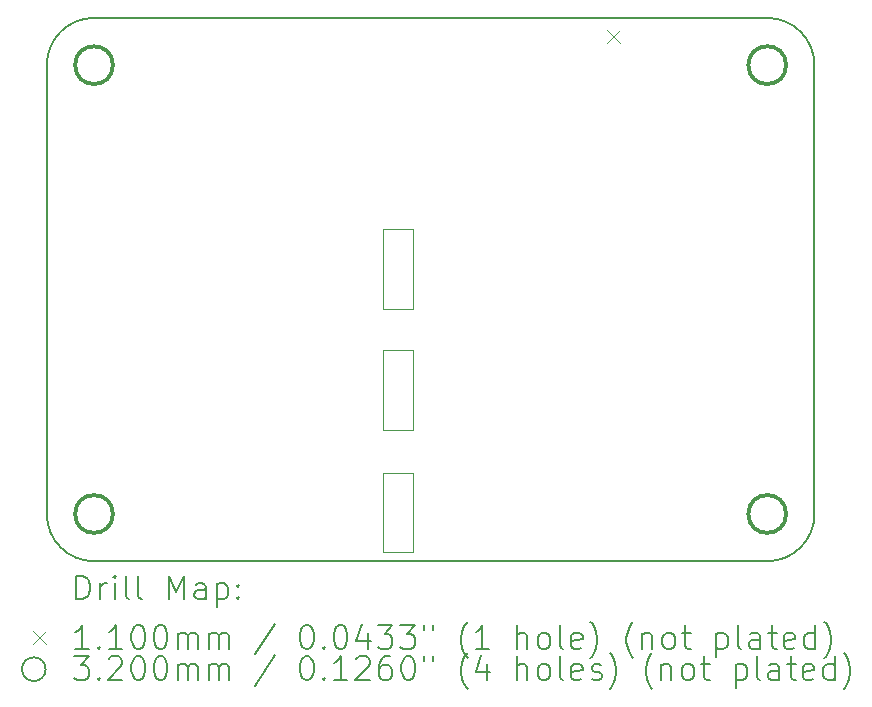
<source format=gbr>
%TF.GenerationSoftware,KiCad,Pcbnew,8.0.2-8.0.2-0~ubuntu22.04.1*%
%TF.CreationDate,2024-06-07T15:14:51-07:00*%
%TF.ProjectId,pifire-relay-pwm-module-SSR,70696669-7265-42d7-9265-6c61792d7077,rev?*%
%TF.SameCoordinates,Original*%
%TF.FileFunction,Drillmap*%
%TF.FilePolarity,Positive*%
%FSLAX45Y45*%
G04 Gerber Fmt 4.5, Leading zero omitted, Abs format (unit mm)*
G04 Created by KiCad (PCBNEW 8.0.2-8.0.2-0~ubuntu22.04.1) date 2024-06-07 15:14:51*
%MOMM*%
%LPD*%
G01*
G04 APERTURE LIST*
%ADD10C,0.050000*%
%ADD11C,0.200000*%
%ADD12C,0.110000*%
%ADD13C,0.320000*%
G04 APERTURE END LIST*
D10*
X5350000Y-5312500D02*
X5600000Y-5312500D01*
X5600000Y-5987500D01*
X5350000Y-5987500D01*
X5350000Y-5312500D01*
D11*
X9000000Y-2900000D02*
X9000000Y-6700000D01*
X2900000Y-2500000D02*
X8600000Y-2500000D01*
D10*
X5350000Y-6350000D02*
X5600000Y-6350000D01*
X5600000Y-7025000D01*
X5350000Y-7025000D01*
X5350000Y-6350000D01*
X5350000Y-4287500D02*
X5600000Y-4287500D01*
X5600000Y-4962500D01*
X5350000Y-4962500D01*
X5350000Y-4287500D01*
D11*
X8600000Y-2500000D02*
G75*
G02*
X9000000Y-2900000I0J-400000D01*
G01*
X8600000Y-7100000D02*
X2900000Y-7100000D01*
X2500000Y-2900000D02*
G75*
G02*
X2900000Y-2500000I400000J0D01*
G01*
X9000000Y-6700000D02*
G75*
G02*
X8600000Y-7100000I-400000J0D01*
G01*
X2900000Y-7100000D02*
G75*
G02*
X2500000Y-6700000I0J400000D01*
G01*
X2500000Y-6700000D02*
X2500000Y-2900000D01*
D12*
X7241000Y-2604000D02*
X7351000Y-2714000D01*
X7351000Y-2604000D02*
X7241000Y-2714000D01*
D13*
X3060000Y-2900000D02*
G75*
G02*
X2740000Y-2900000I-160000J0D01*
G01*
X2740000Y-2900000D02*
G75*
G02*
X3060000Y-2900000I160000J0D01*
G01*
X3060000Y-6700000D02*
G75*
G02*
X2740000Y-6700000I-160000J0D01*
G01*
X2740000Y-6700000D02*
G75*
G02*
X3060000Y-6700000I160000J0D01*
G01*
X8760000Y-2900000D02*
G75*
G02*
X8440000Y-2900000I-160000J0D01*
G01*
X8440000Y-2900000D02*
G75*
G02*
X8760000Y-2900000I160000J0D01*
G01*
X8760000Y-6700000D02*
G75*
G02*
X8440000Y-6700000I-160000J0D01*
G01*
X8440000Y-6700000D02*
G75*
G02*
X8760000Y-6700000I160000J0D01*
G01*
D11*
X2750777Y-7421484D02*
X2750777Y-7221484D01*
X2750777Y-7221484D02*
X2798396Y-7221484D01*
X2798396Y-7221484D02*
X2826967Y-7231008D01*
X2826967Y-7231008D02*
X2846015Y-7250055D01*
X2846015Y-7250055D02*
X2855539Y-7269103D01*
X2855539Y-7269103D02*
X2865062Y-7307198D01*
X2865062Y-7307198D02*
X2865062Y-7335769D01*
X2865062Y-7335769D02*
X2855539Y-7373865D01*
X2855539Y-7373865D02*
X2846015Y-7392912D01*
X2846015Y-7392912D02*
X2826967Y-7411960D01*
X2826967Y-7411960D02*
X2798396Y-7421484D01*
X2798396Y-7421484D02*
X2750777Y-7421484D01*
X2950777Y-7421484D02*
X2950777Y-7288150D01*
X2950777Y-7326246D02*
X2960301Y-7307198D01*
X2960301Y-7307198D02*
X2969824Y-7297674D01*
X2969824Y-7297674D02*
X2988872Y-7288150D01*
X2988872Y-7288150D02*
X3007920Y-7288150D01*
X3074586Y-7421484D02*
X3074586Y-7288150D01*
X3074586Y-7221484D02*
X3065062Y-7231008D01*
X3065062Y-7231008D02*
X3074586Y-7240531D01*
X3074586Y-7240531D02*
X3084110Y-7231008D01*
X3084110Y-7231008D02*
X3074586Y-7221484D01*
X3074586Y-7221484D02*
X3074586Y-7240531D01*
X3198396Y-7421484D02*
X3179348Y-7411960D01*
X3179348Y-7411960D02*
X3169824Y-7392912D01*
X3169824Y-7392912D02*
X3169824Y-7221484D01*
X3303158Y-7421484D02*
X3284110Y-7411960D01*
X3284110Y-7411960D02*
X3274586Y-7392912D01*
X3274586Y-7392912D02*
X3274586Y-7221484D01*
X3531729Y-7421484D02*
X3531729Y-7221484D01*
X3531729Y-7221484D02*
X3598396Y-7364341D01*
X3598396Y-7364341D02*
X3665062Y-7221484D01*
X3665062Y-7221484D02*
X3665062Y-7421484D01*
X3846015Y-7421484D02*
X3846015Y-7316722D01*
X3846015Y-7316722D02*
X3836491Y-7297674D01*
X3836491Y-7297674D02*
X3817443Y-7288150D01*
X3817443Y-7288150D02*
X3779348Y-7288150D01*
X3779348Y-7288150D02*
X3760301Y-7297674D01*
X3846015Y-7411960D02*
X3826967Y-7421484D01*
X3826967Y-7421484D02*
X3779348Y-7421484D01*
X3779348Y-7421484D02*
X3760301Y-7411960D01*
X3760301Y-7411960D02*
X3750777Y-7392912D01*
X3750777Y-7392912D02*
X3750777Y-7373865D01*
X3750777Y-7373865D02*
X3760301Y-7354817D01*
X3760301Y-7354817D02*
X3779348Y-7345293D01*
X3779348Y-7345293D02*
X3826967Y-7345293D01*
X3826967Y-7345293D02*
X3846015Y-7335769D01*
X3941253Y-7288150D02*
X3941253Y-7488150D01*
X3941253Y-7297674D02*
X3960301Y-7288150D01*
X3960301Y-7288150D02*
X3998396Y-7288150D01*
X3998396Y-7288150D02*
X4017443Y-7297674D01*
X4017443Y-7297674D02*
X4026967Y-7307198D01*
X4026967Y-7307198D02*
X4036491Y-7326246D01*
X4036491Y-7326246D02*
X4036491Y-7383388D01*
X4036491Y-7383388D02*
X4026967Y-7402436D01*
X4026967Y-7402436D02*
X4017443Y-7411960D01*
X4017443Y-7411960D02*
X3998396Y-7421484D01*
X3998396Y-7421484D02*
X3960301Y-7421484D01*
X3960301Y-7421484D02*
X3941253Y-7411960D01*
X4122205Y-7402436D02*
X4131729Y-7411960D01*
X4131729Y-7411960D02*
X4122205Y-7421484D01*
X4122205Y-7421484D02*
X4112682Y-7411960D01*
X4112682Y-7411960D02*
X4122205Y-7402436D01*
X4122205Y-7402436D02*
X4122205Y-7421484D01*
X4122205Y-7297674D02*
X4131729Y-7307198D01*
X4131729Y-7307198D02*
X4122205Y-7316722D01*
X4122205Y-7316722D02*
X4112682Y-7307198D01*
X4112682Y-7307198D02*
X4122205Y-7297674D01*
X4122205Y-7297674D02*
X4122205Y-7316722D01*
D12*
X2380000Y-7695000D02*
X2490000Y-7805000D01*
X2490000Y-7695000D02*
X2380000Y-7805000D01*
D11*
X2855539Y-7841484D02*
X2741253Y-7841484D01*
X2798396Y-7841484D02*
X2798396Y-7641484D01*
X2798396Y-7641484D02*
X2779348Y-7670055D01*
X2779348Y-7670055D02*
X2760301Y-7689103D01*
X2760301Y-7689103D02*
X2741253Y-7698627D01*
X2941253Y-7822436D02*
X2950777Y-7831960D01*
X2950777Y-7831960D02*
X2941253Y-7841484D01*
X2941253Y-7841484D02*
X2931729Y-7831960D01*
X2931729Y-7831960D02*
X2941253Y-7822436D01*
X2941253Y-7822436D02*
X2941253Y-7841484D01*
X3141253Y-7841484D02*
X3026967Y-7841484D01*
X3084110Y-7841484D02*
X3084110Y-7641484D01*
X3084110Y-7641484D02*
X3065062Y-7670055D01*
X3065062Y-7670055D02*
X3046015Y-7689103D01*
X3046015Y-7689103D02*
X3026967Y-7698627D01*
X3265062Y-7641484D02*
X3284110Y-7641484D01*
X3284110Y-7641484D02*
X3303158Y-7651008D01*
X3303158Y-7651008D02*
X3312682Y-7660531D01*
X3312682Y-7660531D02*
X3322205Y-7679579D01*
X3322205Y-7679579D02*
X3331729Y-7717674D01*
X3331729Y-7717674D02*
X3331729Y-7765293D01*
X3331729Y-7765293D02*
X3322205Y-7803388D01*
X3322205Y-7803388D02*
X3312682Y-7822436D01*
X3312682Y-7822436D02*
X3303158Y-7831960D01*
X3303158Y-7831960D02*
X3284110Y-7841484D01*
X3284110Y-7841484D02*
X3265062Y-7841484D01*
X3265062Y-7841484D02*
X3246015Y-7831960D01*
X3246015Y-7831960D02*
X3236491Y-7822436D01*
X3236491Y-7822436D02*
X3226967Y-7803388D01*
X3226967Y-7803388D02*
X3217443Y-7765293D01*
X3217443Y-7765293D02*
X3217443Y-7717674D01*
X3217443Y-7717674D02*
X3226967Y-7679579D01*
X3226967Y-7679579D02*
X3236491Y-7660531D01*
X3236491Y-7660531D02*
X3246015Y-7651008D01*
X3246015Y-7651008D02*
X3265062Y-7641484D01*
X3455539Y-7641484D02*
X3474586Y-7641484D01*
X3474586Y-7641484D02*
X3493634Y-7651008D01*
X3493634Y-7651008D02*
X3503158Y-7660531D01*
X3503158Y-7660531D02*
X3512682Y-7679579D01*
X3512682Y-7679579D02*
X3522205Y-7717674D01*
X3522205Y-7717674D02*
X3522205Y-7765293D01*
X3522205Y-7765293D02*
X3512682Y-7803388D01*
X3512682Y-7803388D02*
X3503158Y-7822436D01*
X3503158Y-7822436D02*
X3493634Y-7831960D01*
X3493634Y-7831960D02*
X3474586Y-7841484D01*
X3474586Y-7841484D02*
X3455539Y-7841484D01*
X3455539Y-7841484D02*
X3436491Y-7831960D01*
X3436491Y-7831960D02*
X3426967Y-7822436D01*
X3426967Y-7822436D02*
X3417443Y-7803388D01*
X3417443Y-7803388D02*
X3407920Y-7765293D01*
X3407920Y-7765293D02*
X3407920Y-7717674D01*
X3407920Y-7717674D02*
X3417443Y-7679579D01*
X3417443Y-7679579D02*
X3426967Y-7660531D01*
X3426967Y-7660531D02*
X3436491Y-7651008D01*
X3436491Y-7651008D02*
X3455539Y-7641484D01*
X3607920Y-7841484D02*
X3607920Y-7708150D01*
X3607920Y-7727198D02*
X3617443Y-7717674D01*
X3617443Y-7717674D02*
X3636491Y-7708150D01*
X3636491Y-7708150D02*
X3665063Y-7708150D01*
X3665063Y-7708150D02*
X3684110Y-7717674D01*
X3684110Y-7717674D02*
X3693634Y-7736722D01*
X3693634Y-7736722D02*
X3693634Y-7841484D01*
X3693634Y-7736722D02*
X3703158Y-7717674D01*
X3703158Y-7717674D02*
X3722205Y-7708150D01*
X3722205Y-7708150D02*
X3750777Y-7708150D01*
X3750777Y-7708150D02*
X3769824Y-7717674D01*
X3769824Y-7717674D02*
X3779348Y-7736722D01*
X3779348Y-7736722D02*
X3779348Y-7841484D01*
X3874586Y-7841484D02*
X3874586Y-7708150D01*
X3874586Y-7727198D02*
X3884110Y-7717674D01*
X3884110Y-7717674D02*
X3903158Y-7708150D01*
X3903158Y-7708150D02*
X3931729Y-7708150D01*
X3931729Y-7708150D02*
X3950777Y-7717674D01*
X3950777Y-7717674D02*
X3960301Y-7736722D01*
X3960301Y-7736722D02*
X3960301Y-7841484D01*
X3960301Y-7736722D02*
X3969824Y-7717674D01*
X3969824Y-7717674D02*
X3988872Y-7708150D01*
X3988872Y-7708150D02*
X4017443Y-7708150D01*
X4017443Y-7708150D02*
X4036491Y-7717674D01*
X4036491Y-7717674D02*
X4046015Y-7736722D01*
X4046015Y-7736722D02*
X4046015Y-7841484D01*
X4436491Y-7631960D02*
X4265063Y-7889103D01*
X4693634Y-7641484D02*
X4712682Y-7641484D01*
X4712682Y-7641484D02*
X4731729Y-7651008D01*
X4731729Y-7651008D02*
X4741253Y-7660531D01*
X4741253Y-7660531D02*
X4750777Y-7679579D01*
X4750777Y-7679579D02*
X4760301Y-7717674D01*
X4760301Y-7717674D02*
X4760301Y-7765293D01*
X4760301Y-7765293D02*
X4750777Y-7803388D01*
X4750777Y-7803388D02*
X4741253Y-7822436D01*
X4741253Y-7822436D02*
X4731729Y-7831960D01*
X4731729Y-7831960D02*
X4712682Y-7841484D01*
X4712682Y-7841484D02*
X4693634Y-7841484D01*
X4693634Y-7841484D02*
X4674587Y-7831960D01*
X4674587Y-7831960D02*
X4665063Y-7822436D01*
X4665063Y-7822436D02*
X4655539Y-7803388D01*
X4655539Y-7803388D02*
X4646015Y-7765293D01*
X4646015Y-7765293D02*
X4646015Y-7717674D01*
X4646015Y-7717674D02*
X4655539Y-7679579D01*
X4655539Y-7679579D02*
X4665063Y-7660531D01*
X4665063Y-7660531D02*
X4674587Y-7651008D01*
X4674587Y-7651008D02*
X4693634Y-7641484D01*
X4846015Y-7822436D02*
X4855539Y-7831960D01*
X4855539Y-7831960D02*
X4846015Y-7841484D01*
X4846015Y-7841484D02*
X4836491Y-7831960D01*
X4836491Y-7831960D02*
X4846015Y-7822436D01*
X4846015Y-7822436D02*
X4846015Y-7841484D01*
X4979348Y-7641484D02*
X4998396Y-7641484D01*
X4998396Y-7641484D02*
X5017444Y-7651008D01*
X5017444Y-7651008D02*
X5026968Y-7660531D01*
X5026968Y-7660531D02*
X5036491Y-7679579D01*
X5036491Y-7679579D02*
X5046015Y-7717674D01*
X5046015Y-7717674D02*
X5046015Y-7765293D01*
X5046015Y-7765293D02*
X5036491Y-7803388D01*
X5036491Y-7803388D02*
X5026968Y-7822436D01*
X5026968Y-7822436D02*
X5017444Y-7831960D01*
X5017444Y-7831960D02*
X4998396Y-7841484D01*
X4998396Y-7841484D02*
X4979348Y-7841484D01*
X4979348Y-7841484D02*
X4960301Y-7831960D01*
X4960301Y-7831960D02*
X4950777Y-7822436D01*
X4950777Y-7822436D02*
X4941253Y-7803388D01*
X4941253Y-7803388D02*
X4931729Y-7765293D01*
X4931729Y-7765293D02*
X4931729Y-7717674D01*
X4931729Y-7717674D02*
X4941253Y-7679579D01*
X4941253Y-7679579D02*
X4950777Y-7660531D01*
X4950777Y-7660531D02*
X4960301Y-7651008D01*
X4960301Y-7651008D02*
X4979348Y-7641484D01*
X5217444Y-7708150D02*
X5217444Y-7841484D01*
X5169825Y-7631960D02*
X5122206Y-7774817D01*
X5122206Y-7774817D02*
X5246015Y-7774817D01*
X5303158Y-7641484D02*
X5426968Y-7641484D01*
X5426968Y-7641484D02*
X5360301Y-7717674D01*
X5360301Y-7717674D02*
X5388872Y-7717674D01*
X5388872Y-7717674D02*
X5407920Y-7727198D01*
X5407920Y-7727198D02*
X5417444Y-7736722D01*
X5417444Y-7736722D02*
X5426968Y-7755769D01*
X5426968Y-7755769D02*
X5426968Y-7803388D01*
X5426968Y-7803388D02*
X5417444Y-7822436D01*
X5417444Y-7822436D02*
X5407920Y-7831960D01*
X5407920Y-7831960D02*
X5388872Y-7841484D01*
X5388872Y-7841484D02*
X5331729Y-7841484D01*
X5331729Y-7841484D02*
X5312682Y-7831960D01*
X5312682Y-7831960D02*
X5303158Y-7822436D01*
X5493634Y-7641484D02*
X5617444Y-7641484D01*
X5617444Y-7641484D02*
X5550777Y-7717674D01*
X5550777Y-7717674D02*
X5579349Y-7717674D01*
X5579349Y-7717674D02*
X5598396Y-7727198D01*
X5598396Y-7727198D02*
X5607920Y-7736722D01*
X5607920Y-7736722D02*
X5617444Y-7755769D01*
X5617444Y-7755769D02*
X5617444Y-7803388D01*
X5617444Y-7803388D02*
X5607920Y-7822436D01*
X5607920Y-7822436D02*
X5598396Y-7831960D01*
X5598396Y-7831960D02*
X5579349Y-7841484D01*
X5579349Y-7841484D02*
X5522206Y-7841484D01*
X5522206Y-7841484D02*
X5503158Y-7831960D01*
X5503158Y-7831960D02*
X5493634Y-7822436D01*
X5693634Y-7641484D02*
X5693634Y-7679579D01*
X5769825Y-7641484D02*
X5769825Y-7679579D01*
X6065063Y-7917674D02*
X6055539Y-7908150D01*
X6055539Y-7908150D02*
X6036491Y-7879579D01*
X6036491Y-7879579D02*
X6026968Y-7860531D01*
X6026968Y-7860531D02*
X6017444Y-7831960D01*
X6017444Y-7831960D02*
X6007920Y-7784341D01*
X6007920Y-7784341D02*
X6007920Y-7746246D01*
X6007920Y-7746246D02*
X6017444Y-7698627D01*
X6017444Y-7698627D02*
X6026968Y-7670055D01*
X6026968Y-7670055D02*
X6036491Y-7651008D01*
X6036491Y-7651008D02*
X6055539Y-7622436D01*
X6055539Y-7622436D02*
X6065063Y-7612912D01*
X6246015Y-7841484D02*
X6131729Y-7841484D01*
X6188872Y-7841484D02*
X6188872Y-7641484D01*
X6188872Y-7641484D02*
X6169825Y-7670055D01*
X6169825Y-7670055D02*
X6150777Y-7689103D01*
X6150777Y-7689103D02*
X6131729Y-7698627D01*
X6484110Y-7841484D02*
X6484110Y-7641484D01*
X6569825Y-7841484D02*
X6569825Y-7736722D01*
X6569825Y-7736722D02*
X6560301Y-7717674D01*
X6560301Y-7717674D02*
X6541253Y-7708150D01*
X6541253Y-7708150D02*
X6512682Y-7708150D01*
X6512682Y-7708150D02*
X6493634Y-7717674D01*
X6493634Y-7717674D02*
X6484110Y-7727198D01*
X6693634Y-7841484D02*
X6674587Y-7831960D01*
X6674587Y-7831960D02*
X6665063Y-7822436D01*
X6665063Y-7822436D02*
X6655539Y-7803388D01*
X6655539Y-7803388D02*
X6655539Y-7746246D01*
X6655539Y-7746246D02*
X6665063Y-7727198D01*
X6665063Y-7727198D02*
X6674587Y-7717674D01*
X6674587Y-7717674D02*
X6693634Y-7708150D01*
X6693634Y-7708150D02*
X6722206Y-7708150D01*
X6722206Y-7708150D02*
X6741253Y-7717674D01*
X6741253Y-7717674D02*
X6750777Y-7727198D01*
X6750777Y-7727198D02*
X6760301Y-7746246D01*
X6760301Y-7746246D02*
X6760301Y-7803388D01*
X6760301Y-7803388D02*
X6750777Y-7822436D01*
X6750777Y-7822436D02*
X6741253Y-7831960D01*
X6741253Y-7831960D02*
X6722206Y-7841484D01*
X6722206Y-7841484D02*
X6693634Y-7841484D01*
X6874587Y-7841484D02*
X6855539Y-7831960D01*
X6855539Y-7831960D02*
X6846015Y-7812912D01*
X6846015Y-7812912D02*
X6846015Y-7641484D01*
X7026968Y-7831960D02*
X7007920Y-7841484D01*
X7007920Y-7841484D02*
X6969825Y-7841484D01*
X6969825Y-7841484D02*
X6950777Y-7831960D01*
X6950777Y-7831960D02*
X6941253Y-7812912D01*
X6941253Y-7812912D02*
X6941253Y-7736722D01*
X6941253Y-7736722D02*
X6950777Y-7717674D01*
X6950777Y-7717674D02*
X6969825Y-7708150D01*
X6969825Y-7708150D02*
X7007920Y-7708150D01*
X7007920Y-7708150D02*
X7026968Y-7717674D01*
X7026968Y-7717674D02*
X7036491Y-7736722D01*
X7036491Y-7736722D02*
X7036491Y-7755769D01*
X7036491Y-7755769D02*
X6941253Y-7774817D01*
X7103158Y-7917674D02*
X7112682Y-7908150D01*
X7112682Y-7908150D02*
X7131730Y-7879579D01*
X7131730Y-7879579D02*
X7141253Y-7860531D01*
X7141253Y-7860531D02*
X7150777Y-7831960D01*
X7150777Y-7831960D02*
X7160301Y-7784341D01*
X7160301Y-7784341D02*
X7160301Y-7746246D01*
X7160301Y-7746246D02*
X7150777Y-7698627D01*
X7150777Y-7698627D02*
X7141253Y-7670055D01*
X7141253Y-7670055D02*
X7131730Y-7651008D01*
X7131730Y-7651008D02*
X7112682Y-7622436D01*
X7112682Y-7622436D02*
X7103158Y-7612912D01*
X7465063Y-7917674D02*
X7455539Y-7908150D01*
X7455539Y-7908150D02*
X7436491Y-7879579D01*
X7436491Y-7879579D02*
X7426968Y-7860531D01*
X7426968Y-7860531D02*
X7417444Y-7831960D01*
X7417444Y-7831960D02*
X7407920Y-7784341D01*
X7407920Y-7784341D02*
X7407920Y-7746246D01*
X7407920Y-7746246D02*
X7417444Y-7698627D01*
X7417444Y-7698627D02*
X7426968Y-7670055D01*
X7426968Y-7670055D02*
X7436491Y-7651008D01*
X7436491Y-7651008D02*
X7455539Y-7622436D01*
X7455539Y-7622436D02*
X7465063Y-7612912D01*
X7541253Y-7708150D02*
X7541253Y-7841484D01*
X7541253Y-7727198D02*
X7550777Y-7717674D01*
X7550777Y-7717674D02*
X7569825Y-7708150D01*
X7569825Y-7708150D02*
X7598396Y-7708150D01*
X7598396Y-7708150D02*
X7617444Y-7717674D01*
X7617444Y-7717674D02*
X7626968Y-7736722D01*
X7626968Y-7736722D02*
X7626968Y-7841484D01*
X7750777Y-7841484D02*
X7731730Y-7831960D01*
X7731730Y-7831960D02*
X7722206Y-7822436D01*
X7722206Y-7822436D02*
X7712682Y-7803388D01*
X7712682Y-7803388D02*
X7712682Y-7746246D01*
X7712682Y-7746246D02*
X7722206Y-7727198D01*
X7722206Y-7727198D02*
X7731730Y-7717674D01*
X7731730Y-7717674D02*
X7750777Y-7708150D01*
X7750777Y-7708150D02*
X7779349Y-7708150D01*
X7779349Y-7708150D02*
X7798396Y-7717674D01*
X7798396Y-7717674D02*
X7807920Y-7727198D01*
X7807920Y-7727198D02*
X7817444Y-7746246D01*
X7817444Y-7746246D02*
X7817444Y-7803388D01*
X7817444Y-7803388D02*
X7807920Y-7822436D01*
X7807920Y-7822436D02*
X7798396Y-7831960D01*
X7798396Y-7831960D02*
X7779349Y-7841484D01*
X7779349Y-7841484D02*
X7750777Y-7841484D01*
X7874587Y-7708150D02*
X7950777Y-7708150D01*
X7903158Y-7641484D02*
X7903158Y-7812912D01*
X7903158Y-7812912D02*
X7912682Y-7831960D01*
X7912682Y-7831960D02*
X7931730Y-7841484D01*
X7931730Y-7841484D02*
X7950777Y-7841484D01*
X8169825Y-7708150D02*
X8169825Y-7908150D01*
X8169825Y-7717674D02*
X8188872Y-7708150D01*
X8188872Y-7708150D02*
X8226968Y-7708150D01*
X8226968Y-7708150D02*
X8246015Y-7717674D01*
X8246015Y-7717674D02*
X8255539Y-7727198D01*
X8255539Y-7727198D02*
X8265063Y-7746246D01*
X8265063Y-7746246D02*
X8265063Y-7803388D01*
X8265063Y-7803388D02*
X8255539Y-7822436D01*
X8255539Y-7822436D02*
X8246015Y-7831960D01*
X8246015Y-7831960D02*
X8226968Y-7841484D01*
X8226968Y-7841484D02*
X8188872Y-7841484D01*
X8188872Y-7841484D02*
X8169825Y-7831960D01*
X8379349Y-7841484D02*
X8360301Y-7831960D01*
X8360301Y-7831960D02*
X8350777Y-7812912D01*
X8350777Y-7812912D02*
X8350777Y-7641484D01*
X8541254Y-7841484D02*
X8541254Y-7736722D01*
X8541254Y-7736722D02*
X8531730Y-7717674D01*
X8531730Y-7717674D02*
X8512682Y-7708150D01*
X8512682Y-7708150D02*
X8474587Y-7708150D01*
X8474587Y-7708150D02*
X8455539Y-7717674D01*
X8541254Y-7831960D02*
X8522206Y-7841484D01*
X8522206Y-7841484D02*
X8474587Y-7841484D01*
X8474587Y-7841484D02*
X8455539Y-7831960D01*
X8455539Y-7831960D02*
X8446015Y-7812912D01*
X8446015Y-7812912D02*
X8446015Y-7793865D01*
X8446015Y-7793865D02*
X8455539Y-7774817D01*
X8455539Y-7774817D02*
X8474587Y-7765293D01*
X8474587Y-7765293D02*
X8522206Y-7765293D01*
X8522206Y-7765293D02*
X8541254Y-7755769D01*
X8607920Y-7708150D02*
X8684111Y-7708150D01*
X8636492Y-7641484D02*
X8636492Y-7812912D01*
X8636492Y-7812912D02*
X8646015Y-7831960D01*
X8646015Y-7831960D02*
X8665063Y-7841484D01*
X8665063Y-7841484D02*
X8684111Y-7841484D01*
X8826968Y-7831960D02*
X8807920Y-7841484D01*
X8807920Y-7841484D02*
X8769825Y-7841484D01*
X8769825Y-7841484D02*
X8750777Y-7831960D01*
X8750777Y-7831960D02*
X8741254Y-7812912D01*
X8741254Y-7812912D02*
X8741254Y-7736722D01*
X8741254Y-7736722D02*
X8750777Y-7717674D01*
X8750777Y-7717674D02*
X8769825Y-7708150D01*
X8769825Y-7708150D02*
X8807920Y-7708150D01*
X8807920Y-7708150D02*
X8826968Y-7717674D01*
X8826968Y-7717674D02*
X8836492Y-7736722D01*
X8836492Y-7736722D02*
X8836492Y-7755769D01*
X8836492Y-7755769D02*
X8741254Y-7774817D01*
X9007920Y-7841484D02*
X9007920Y-7641484D01*
X9007920Y-7831960D02*
X8988873Y-7841484D01*
X8988873Y-7841484D02*
X8950777Y-7841484D01*
X8950777Y-7841484D02*
X8931730Y-7831960D01*
X8931730Y-7831960D02*
X8922206Y-7822436D01*
X8922206Y-7822436D02*
X8912682Y-7803388D01*
X8912682Y-7803388D02*
X8912682Y-7746246D01*
X8912682Y-7746246D02*
X8922206Y-7727198D01*
X8922206Y-7727198D02*
X8931730Y-7717674D01*
X8931730Y-7717674D02*
X8950777Y-7708150D01*
X8950777Y-7708150D02*
X8988873Y-7708150D01*
X8988873Y-7708150D02*
X9007920Y-7717674D01*
X9084111Y-7917674D02*
X9093635Y-7908150D01*
X9093635Y-7908150D02*
X9112682Y-7879579D01*
X9112682Y-7879579D02*
X9122206Y-7860531D01*
X9122206Y-7860531D02*
X9131730Y-7831960D01*
X9131730Y-7831960D02*
X9141254Y-7784341D01*
X9141254Y-7784341D02*
X9141254Y-7746246D01*
X9141254Y-7746246D02*
X9131730Y-7698627D01*
X9131730Y-7698627D02*
X9122206Y-7670055D01*
X9122206Y-7670055D02*
X9112682Y-7651008D01*
X9112682Y-7651008D02*
X9093635Y-7622436D01*
X9093635Y-7622436D02*
X9084111Y-7612912D01*
X2490000Y-8014000D02*
G75*
G02*
X2290000Y-8014000I-100000J0D01*
G01*
X2290000Y-8014000D02*
G75*
G02*
X2490000Y-8014000I100000J0D01*
G01*
X2731729Y-7905484D02*
X2855539Y-7905484D01*
X2855539Y-7905484D02*
X2788872Y-7981674D01*
X2788872Y-7981674D02*
X2817443Y-7981674D01*
X2817443Y-7981674D02*
X2836491Y-7991198D01*
X2836491Y-7991198D02*
X2846015Y-8000722D01*
X2846015Y-8000722D02*
X2855539Y-8019769D01*
X2855539Y-8019769D02*
X2855539Y-8067388D01*
X2855539Y-8067388D02*
X2846015Y-8086436D01*
X2846015Y-8086436D02*
X2836491Y-8095960D01*
X2836491Y-8095960D02*
X2817443Y-8105484D01*
X2817443Y-8105484D02*
X2760301Y-8105484D01*
X2760301Y-8105484D02*
X2741253Y-8095960D01*
X2741253Y-8095960D02*
X2731729Y-8086436D01*
X2941253Y-8086436D02*
X2950777Y-8095960D01*
X2950777Y-8095960D02*
X2941253Y-8105484D01*
X2941253Y-8105484D02*
X2931729Y-8095960D01*
X2931729Y-8095960D02*
X2941253Y-8086436D01*
X2941253Y-8086436D02*
X2941253Y-8105484D01*
X3026967Y-7924531D02*
X3036491Y-7915008D01*
X3036491Y-7915008D02*
X3055539Y-7905484D01*
X3055539Y-7905484D02*
X3103158Y-7905484D01*
X3103158Y-7905484D02*
X3122205Y-7915008D01*
X3122205Y-7915008D02*
X3131729Y-7924531D01*
X3131729Y-7924531D02*
X3141253Y-7943579D01*
X3141253Y-7943579D02*
X3141253Y-7962627D01*
X3141253Y-7962627D02*
X3131729Y-7991198D01*
X3131729Y-7991198D02*
X3017443Y-8105484D01*
X3017443Y-8105484D02*
X3141253Y-8105484D01*
X3265062Y-7905484D02*
X3284110Y-7905484D01*
X3284110Y-7905484D02*
X3303158Y-7915008D01*
X3303158Y-7915008D02*
X3312682Y-7924531D01*
X3312682Y-7924531D02*
X3322205Y-7943579D01*
X3322205Y-7943579D02*
X3331729Y-7981674D01*
X3331729Y-7981674D02*
X3331729Y-8029293D01*
X3331729Y-8029293D02*
X3322205Y-8067388D01*
X3322205Y-8067388D02*
X3312682Y-8086436D01*
X3312682Y-8086436D02*
X3303158Y-8095960D01*
X3303158Y-8095960D02*
X3284110Y-8105484D01*
X3284110Y-8105484D02*
X3265062Y-8105484D01*
X3265062Y-8105484D02*
X3246015Y-8095960D01*
X3246015Y-8095960D02*
X3236491Y-8086436D01*
X3236491Y-8086436D02*
X3226967Y-8067388D01*
X3226967Y-8067388D02*
X3217443Y-8029293D01*
X3217443Y-8029293D02*
X3217443Y-7981674D01*
X3217443Y-7981674D02*
X3226967Y-7943579D01*
X3226967Y-7943579D02*
X3236491Y-7924531D01*
X3236491Y-7924531D02*
X3246015Y-7915008D01*
X3246015Y-7915008D02*
X3265062Y-7905484D01*
X3455539Y-7905484D02*
X3474586Y-7905484D01*
X3474586Y-7905484D02*
X3493634Y-7915008D01*
X3493634Y-7915008D02*
X3503158Y-7924531D01*
X3503158Y-7924531D02*
X3512682Y-7943579D01*
X3512682Y-7943579D02*
X3522205Y-7981674D01*
X3522205Y-7981674D02*
X3522205Y-8029293D01*
X3522205Y-8029293D02*
X3512682Y-8067388D01*
X3512682Y-8067388D02*
X3503158Y-8086436D01*
X3503158Y-8086436D02*
X3493634Y-8095960D01*
X3493634Y-8095960D02*
X3474586Y-8105484D01*
X3474586Y-8105484D02*
X3455539Y-8105484D01*
X3455539Y-8105484D02*
X3436491Y-8095960D01*
X3436491Y-8095960D02*
X3426967Y-8086436D01*
X3426967Y-8086436D02*
X3417443Y-8067388D01*
X3417443Y-8067388D02*
X3407920Y-8029293D01*
X3407920Y-8029293D02*
X3407920Y-7981674D01*
X3407920Y-7981674D02*
X3417443Y-7943579D01*
X3417443Y-7943579D02*
X3426967Y-7924531D01*
X3426967Y-7924531D02*
X3436491Y-7915008D01*
X3436491Y-7915008D02*
X3455539Y-7905484D01*
X3607920Y-8105484D02*
X3607920Y-7972150D01*
X3607920Y-7991198D02*
X3617443Y-7981674D01*
X3617443Y-7981674D02*
X3636491Y-7972150D01*
X3636491Y-7972150D02*
X3665063Y-7972150D01*
X3665063Y-7972150D02*
X3684110Y-7981674D01*
X3684110Y-7981674D02*
X3693634Y-8000722D01*
X3693634Y-8000722D02*
X3693634Y-8105484D01*
X3693634Y-8000722D02*
X3703158Y-7981674D01*
X3703158Y-7981674D02*
X3722205Y-7972150D01*
X3722205Y-7972150D02*
X3750777Y-7972150D01*
X3750777Y-7972150D02*
X3769824Y-7981674D01*
X3769824Y-7981674D02*
X3779348Y-8000722D01*
X3779348Y-8000722D02*
X3779348Y-8105484D01*
X3874586Y-8105484D02*
X3874586Y-7972150D01*
X3874586Y-7991198D02*
X3884110Y-7981674D01*
X3884110Y-7981674D02*
X3903158Y-7972150D01*
X3903158Y-7972150D02*
X3931729Y-7972150D01*
X3931729Y-7972150D02*
X3950777Y-7981674D01*
X3950777Y-7981674D02*
X3960301Y-8000722D01*
X3960301Y-8000722D02*
X3960301Y-8105484D01*
X3960301Y-8000722D02*
X3969824Y-7981674D01*
X3969824Y-7981674D02*
X3988872Y-7972150D01*
X3988872Y-7972150D02*
X4017443Y-7972150D01*
X4017443Y-7972150D02*
X4036491Y-7981674D01*
X4036491Y-7981674D02*
X4046015Y-8000722D01*
X4046015Y-8000722D02*
X4046015Y-8105484D01*
X4436491Y-7895960D02*
X4265063Y-8153103D01*
X4693634Y-7905484D02*
X4712682Y-7905484D01*
X4712682Y-7905484D02*
X4731729Y-7915008D01*
X4731729Y-7915008D02*
X4741253Y-7924531D01*
X4741253Y-7924531D02*
X4750777Y-7943579D01*
X4750777Y-7943579D02*
X4760301Y-7981674D01*
X4760301Y-7981674D02*
X4760301Y-8029293D01*
X4760301Y-8029293D02*
X4750777Y-8067388D01*
X4750777Y-8067388D02*
X4741253Y-8086436D01*
X4741253Y-8086436D02*
X4731729Y-8095960D01*
X4731729Y-8095960D02*
X4712682Y-8105484D01*
X4712682Y-8105484D02*
X4693634Y-8105484D01*
X4693634Y-8105484D02*
X4674587Y-8095960D01*
X4674587Y-8095960D02*
X4665063Y-8086436D01*
X4665063Y-8086436D02*
X4655539Y-8067388D01*
X4655539Y-8067388D02*
X4646015Y-8029293D01*
X4646015Y-8029293D02*
X4646015Y-7981674D01*
X4646015Y-7981674D02*
X4655539Y-7943579D01*
X4655539Y-7943579D02*
X4665063Y-7924531D01*
X4665063Y-7924531D02*
X4674587Y-7915008D01*
X4674587Y-7915008D02*
X4693634Y-7905484D01*
X4846015Y-8086436D02*
X4855539Y-8095960D01*
X4855539Y-8095960D02*
X4846015Y-8105484D01*
X4846015Y-8105484D02*
X4836491Y-8095960D01*
X4836491Y-8095960D02*
X4846015Y-8086436D01*
X4846015Y-8086436D02*
X4846015Y-8105484D01*
X5046015Y-8105484D02*
X4931729Y-8105484D01*
X4988872Y-8105484D02*
X4988872Y-7905484D01*
X4988872Y-7905484D02*
X4969825Y-7934055D01*
X4969825Y-7934055D02*
X4950777Y-7953103D01*
X4950777Y-7953103D02*
X4931729Y-7962627D01*
X5122206Y-7924531D02*
X5131729Y-7915008D01*
X5131729Y-7915008D02*
X5150777Y-7905484D01*
X5150777Y-7905484D02*
X5198396Y-7905484D01*
X5198396Y-7905484D02*
X5217444Y-7915008D01*
X5217444Y-7915008D02*
X5226968Y-7924531D01*
X5226968Y-7924531D02*
X5236491Y-7943579D01*
X5236491Y-7943579D02*
X5236491Y-7962627D01*
X5236491Y-7962627D02*
X5226968Y-7991198D01*
X5226968Y-7991198D02*
X5112682Y-8105484D01*
X5112682Y-8105484D02*
X5236491Y-8105484D01*
X5407920Y-7905484D02*
X5369825Y-7905484D01*
X5369825Y-7905484D02*
X5350777Y-7915008D01*
X5350777Y-7915008D02*
X5341253Y-7924531D01*
X5341253Y-7924531D02*
X5322206Y-7953103D01*
X5322206Y-7953103D02*
X5312682Y-7991198D01*
X5312682Y-7991198D02*
X5312682Y-8067388D01*
X5312682Y-8067388D02*
X5322206Y-8086436D01*
X5322206Y-8086436D02*
X5331729Y-8095960D01*
X5331729Y-8095960D02*
X5350777Y-8105484D01*
X5350777Y-8105484D02*
X5388872Y-8105484D01*
X5388872Y-8105484D02*
X5407920Y-8095960D01*
X5407920Y-8095960D02*
X5417444Y-8086436D01*
X5417444Y-8086436D02*
X5426968Y-8067388D01*
X5426968Y-8067388D02*
X5426968Y-8019769D01*
X5426968Y-8019769D02*
X5417444Y-8000722D01*
X5417444Y-8000722D02*
X5407920Y-7991198D01*
X5407920Y-7991198D02*
X5388872Y-7981674D01*
X5388872Y-7981674D02*
X5350777Y-7981674D01*
X5350777Y-7981674D02*
X5331729Y-7991198D01*
X5331729Y-7991198D02*
X5322206Y-8000722D01*
X5322206Y-8000722D02*
X5312682Y-8019769D01*
X5550777Y-7905484D02*
X5569825Y-7905484D01*
X5569825Y-7905484D02*
X5588872Y-7915008D01*
X5588872Y-7915008D02*
X5598396Y-7924531D01*
X5598396Y-7924531D02*
X5607920Y-7943579D01*
X5607920Y-7943579D02*
X5617444Y-7981674D01*
X5617444Y-7981674D02*
X5617444Y-8029293D01*
X5617444Y-8029293D02*
X5607920Y-8067388D01*
X5607920Y-8067388D02*
X5598396Y-8086436D01*
X5598396Y-8086436D02*
X5588872Y-8095960D01*
X5588872Y-8095960D02*
X5569825Y-8105484D01*
X5569825Y-8105484D02*
X5550777Y-8105484D01*
X5550777Y-8105484D02*
X5531729Y-8095960D01*
X5531729Y-8095960D02*
X5522206Y-8086436D01*
X5522206Y-8086436D02*
X5512682Y-8067388D01*
X5512682Y-8067388D02*
X5503158Y-8029293D01*
X5503158Y-8029293D02*
X5503158Y-7981674D01*
X5503158Y-7981674D02*
X5512682Y-7943579D01*
X5512682Y-7943579D02*
X5522206Y-7924531D01*
X5522206Y-7924531D02*
X5531729Y-7915008D01*
X5531729Y-7915008D02*
X5550777Y-7905484D01*
X5693634Y-7905484D02*
X5693634Y-7943579D01*
X5769825Y-7905484D02*
X5769825Y-7943579D01*
X6065063Y-8181674D02*
X6055539Y-8172150D01*
X6055539Y-8172150D02*
X6036491Y-8143579D01*
X6036491Y-8143579D02*
X6026968Y-8124531D01*
X6026968Y-8124531D02*
X6017444Y-8095960D01*
X6017444Y-8095960D02*
X6007920Y-8048341D01*
X6007920Y-8048341D02*
X6007920Y-8010246D01*
X6007920Y-8010246D02*
X6017444Y-7962627D01*
X6017444Y-7962627D02*
X6026968Y-7934055D01*
X6026968Y-7934055D02*
X6036491Y-7915008D01*
X6036491Y-7915008D02*
X6055539Y-7886436D01*
X6055539Y-7886436D02*
X6065063Y-7876912D01*
X6226968Y-7972150D02*
X6226968Y-8105484D01*
X6179348Y-7895960D02*
X6131729Y-8038817D01*
X6131729Y-8038817D02*
X6255539Y-8038817D01*
X6484110Y-8105484D02*
X6484110Y-7905484D01*
X6569825Y-8105484D02*
X6569825Y-8000722D01*
X6569825Y-8000722D02*
X6560301Y-7981674D01*
X6560301Y-7981674D02*
X6541253Y-7972150D01*
X6541253Y-7972150D02*
X6512682Y-7972150D01*
X6512682Y-7972150D02*
X6493634Y-7981674D01*
X6493634Y-7981674D02*
X6484110Y-7991198D01*
X6693634Y-8105484D02*
X6674587Y-8095960D01*
X6674587Y-8095960D02*
X6665063Y-8086436D01*
X6665063Y-8086436D02*
X6655539Y-8067388D01*
X6655539Y-8067388D02*
X6655539Y-8010246D01*
X6655539Y-8010246D02*
X6665063Y-7991198D01*
X6665063Y-7991198D02*
X6674587Y-7981674D01*
X6674587Y-7981674D02*
X6693634Y-7972150D01*
X6693634Y-7972150D02*
X6722206Y-7972150D01*
X6722206Y-7972150D02*
X6741253Y-7981674D01*
X6741253Y-7981674D02*
X6750777Y-7991198D01*
X6750777Y-7991198D02*
X6760301Y-8010246D01*
X6760301Y-8010246D02*
X6760301Y-8067388D01*
X6760301Y-8067388D02*
X6750777Y-8086436D01*
X6750777Y-8086436D02*
X6741253Y-8095960D01*
X6741253Y-8095960D02*
X6722206Y-8105484D01*
X6722206Y-8105484D02*
X6693634Y-8105484D01*
X6874587Y-8105484D02*
X6855539Y-8095960D01*
X6855539Y-8095960D02*
X6846015Y-8076912D01*
X6846015Y-8076912D02*
X6846015Y-7905484D01*
X7026968Y-8095960D02*
X7007920Y-8105484D01*
X7007920Y-8105484D02*
X6969825Y-8105484D01*
X6969825Y-8105484D02*
X6950777Y-8095960D01*
X6950777Y-8095960D02*
X6941253Y-8076912D01*
X6941253Y-8076912D02*
X6941253Y-8000722D01*
X6941253Y-8000722D02*
X6950777Y-7981674D01*
X6950777Y-7981674D02*
X6969825Y-7972150D01*
X6969825Y-7972150D02*
X7007920Y-7972150D01*
X7007920Y-7972150D02*
X7026968Y-7981674D01*
X7026968Y-7981674D02*
X7036491Y-8000722D01*
X7036491Y-8000722D02*
X7036491Y-8019769D01*
X7036491Y-8019769D02*
X6941253Y-8038817D01*
X7112682Y-8095960D02*
X7131730Y-8105484D01*
X7131730Y-8105484D02*
X7169825Y-8105484D01*
X7169825Y-8105484D02*
X7188872Y-8095960D01*
X7188872Y-8095960D02*
X7198396Y-8076912D01*
X7198396Y-8076912D02*
X7198396Y-8067388D01*
X7198396Y-8067388D02*
X7188872Y-8048341D01*
X7188872Y-8048341D02*
X7169825Y-8038817D01*
X7169825Y-8038817D02*
X7141253Y-8038817D01*
X7141253Y-8038817D02*
X7122206Y-8029293D01*
X7122206Y-8029293D02*
X7112682Y-8010246D01*
X7112682Y-8010246D02*
X7112682Y-8000722D01*
X7112682Y-8000722D02*
X7122206Y-7981674D01*
X7122206Y-7981674D02*
X7141253Y-7972150D01*
X7141253Y-7972150D02*
X7169825Y-7972150D01*
X7169825Y-7972150D02*
X7188872Y-7981674D01*
X7265063Y-8181674D02*
X7274587Y-8172150D01*
X7274587Y-8172150D02*
X7293634Y-8143579D01*
X7293634Y-8143579D02*
X7303158Y-8124531D01*
X7303158Y-8124531D02*
X7312682Y-8095960D01*
X7312682Y-8095960D02*
X7322206Y-8048341D01*
X7322206Y-8048341D02*
X7322206Y-8010246D01*
X7322206Y-8010246D02*
X7312682Y-7962627D01*
X7312682Y-7962627D02*
X7303158Y-7934055D01*
X7303158Y-7934055D02*
X7293634Y-7915008D01*
X7293634Y-7915008D02*
X7274587Y-7886436D01*
X7274587Y-7886436D02*
X7265063Y-7876912D01*
X7626968Y-8181674D02*
X7617444Y-8172150D01*
X7617444Y-8172150D02*
X7598396Y-8143579D01*
X7598396Y-8143579D02*
X7588872Y-8124531D01*
X7588872Y-8124531D02*
X7579349Y-8095960D01*
X7579349Y-8095960D02*
X7569825Y-8048341D01*
X7569825Y-8048341D02*
X7569825Y-8010246D01*
X7569825Y-8010246D02*
X7579349Y-7962627D01*
X7579349Y-7962627D02*
X7588872Y-7934055D01*
X7588872Y-7934055D02*
X7598396Y-7915008D01*
X7598396Y-7915008D02*
X7617444Y-7886436D01*
X7617444Y-7886436D02*
X7626968Y-7876912D01*
X7703158Y-7972150D02*
X7703158Y-8105484D01*
X7703158Y-7991198D02*
X7712682Y-7981674D01*
X7712682Y-7981674D02*
X7731730Y-7972150D01*
X7731730Y-7972150D02*
X7760301Y-7972150D01*
X7760301Y-7972150D02*
X7779349Y-7981674D01*
X7779349Y-7981674D02*
X7788872Y-8000722D01*
X7788872Y-8000722D02*
X7788872Y-8105484D01*
X7912682Y-8105484D02*
X7893634Y-8095960D01*
X7893634Y-8095960D02*
X7884111Y-8086436D01*
X7884111Y-8086436D02*
X7874587Y-8067388D01*
X7874587Y-8067388D02*
X7874587Y-8010246D01*
X7874587Y-8010246D02*
X7884111Y-7991198D01*
X7884111Y-7991198D02*
X7893634Y-7981674D01*
X7893634Y-7981674D02*
X7912682Y-7972150D01*
X7912682Y-7972150D02*
X7941253Y-7972150D01*
X7941253Y-7972150D02*
X7960301Y-7981674D01*
X7960301Y-7981674D02*
X7969825Y-7991198D01*
X7969825Y-7991198D02*
X7979349Y-8010246D01*
X7979349Y-8010246D02*
X7979349Y-8067388D01*
X7979349Y-8067388D02*
X7969825Y-8086436D01*
X7969825Y-8086436D02*
X7960301Y-8095960D01*
X7960301Y-8095960D02*
X7941253Y-8105484D01*
X7941253Y-8105484D02*
X7912682Y-8105484D01*
X8036492Y-7972150D02*
X8112682Y-7972150D01*
X8065063Y-7905484D02*
X8065063Y-8076912D01*
X8065063Y-8076912D02*
X8074587Y-8095960D01*
X8074587Y-8095960D02*
X8093634Y-8105484D01*
X8093634Y-8105484D02*
X8112682Y-8105484D01*
X8331730Y-7972150D02*
X8331730Y-8172150D01*
X8331730Y-7981674D02*
X8350777Y-7972150D01*
X8350777Y-7972150D02*
X8388873Y-7972150D01*
X8388873Y-7972150D02*
X8407920Y-7981674D01*
X8407920Y-7981674D02*
X8417444Y-7991198D01*
X8417444Y-7991198D02*
X8426968Y-8010246D01*
X8426968Y-8010246D02*
X8426968Y-8067388D01*
X8426968Y-8067388D02*
X8417444Y-8086436D01*
X8417444Y-8086436D02*
X8407920Y-8095960D01*
X8407920Y-8095960D02*
X8388873Y-8105484D01*
X8388873Y-8105484D02*
X8350777Y-8105484D01*
X8350777Y-8105484D02*
X8331730Y-8095960D01*
X8541254Y-8105484D02*
X8522206Y-8095960D01*
X8522206Y-8095960D02*
X8512682Y-8076912D01*
X8512682Y-8076912D02*
X8512682Y-7905484D01*
X8703158Y-8105484D02*
X8703158Y-8000722D01*
X8703158Y-8000722D02*
X8693635Y-7981674D01*
X8693635Y-7981674D02*
X8674587Y-7972150D01*
X8674587Y-7972150D02*
X8636492Y-7972150D01*
X8636492Y-7972150D02*
X8617444Y-7981674D01*
X8703158Y-8095960D02*
X8684111Y-8105484D01*
X8684111Y-8105484D02*
X8636492Y-8105484D01*
X8636492Y-8105484D02*
X8617444Y-8095960D01*
X8617444Y-8095960D02*
X8607920Y-8076912D01*
X8607920Y-8076912D02*
X8607920Y-8057865D01*
X8607920Y-8057865D02*
X8617444Y-8038817D01*
X8617444Y-8038817D02*
X8636492Y-8029293D01*
X8636492Y-8029293D02*
X8684111Y-8029293D01*
X8684111Y-8029293D02*
X8703158Y-8019769D01*
X8769825Y-7972150D02*
X8846015Y-7972150D01*
X8798396Y-7905484D02*
X8798396Y-8076912D01*
X8798396Y-8076912D02*
X8807920Y-8095960D01*
X8807920Y-8095960D02*
X8826968Y-8105484D01*
X8826968Y-8105484D02*
X8846015Y-8105484D01*
X8988873Y-8095960D02*
X8969825Y-8105484D01*
X8969825Y-8105484D02*
X8931730Y-8105484D01*
X8931730Y-8105484D02*
X8912682Y-8095960D01*
X8912682Y-8095960D02*
X8903158Y-8076912D01*
X8903158Y-8076912D02*
X8903158Y-8000722D01*
X8903158Y-8000722D02*
X8912682Y-7981674D01*
X8912682Y-7981674D02*
X8931730Y-7972150D01*
X8931730Y-7972150D02*
X8969825Y-7972150D01*
X8969825Y-7972150D02*
X8988873Y-7981674D01*
X8988873Y-7981674D02*
X8998396Y-8000722D01*
X8998396Y-8000722D02*
X8998396Y-8019769D01*
X8998396Y-8019769D02*
X8903158Y-8038817D01*
X9169825Y-8105484D02*
X9169825Y-7905484D01*
X9169825Y-8095960D02*
X9150777Y-8105484D01*
X9150777Y-8105484D02*
X9112682Y-8105484D01*
X9112682Y-8105484D02*
X9093635Y-8095960D01*
X9093635Y-8095960D02*
X9084111Y-8086436D01*
X9084111Y-8086436D02*
X9074587Y-8067388D01*
X9074587Y-8067388D02*
X9074587Y-8010246D01*
X9074587Y-8010246D02*
X9084111Y-7991198D01*
X9084111Y-7991198D02*
X9093635Y-7981674D01*
X9093635Y-7981674D02*
X9112682Y-7972150D01*
X9112682Y-7972150D02*
X9150777Y-7972150D01*
X9150777Y-7972150D02*
X9169825Y-7981674D01*
X9246016Y-8181674D02*
X9255539Y-8172150D01*
X9255539Y-8172150D02*
X9274587Y-8143579D01*
X9274587Y-8143579D02*
X9284111Y-8124531D01*
X9284111Y-8124531D02*
X9293635Y-8095960D01*
X9293635Y-8095960D02*
X9303158Y-8048341D01*
X9303158Y-8048341D02*
X9303158Y-8010246D01*
X9303158Y-8010246D02*
X9293635Y-7962627D01*
X9293635Y-7962627D02*
X9284111Y-7934055D01*
X9284111Y-7934055D02*
X9274587Y-7915008D01*
X9274587Y-7915008D02*
X9255539Y-7886436D01*
X9255539Y-7886436D02*
X9246016Y-7876912D01*
M02*

</source>
